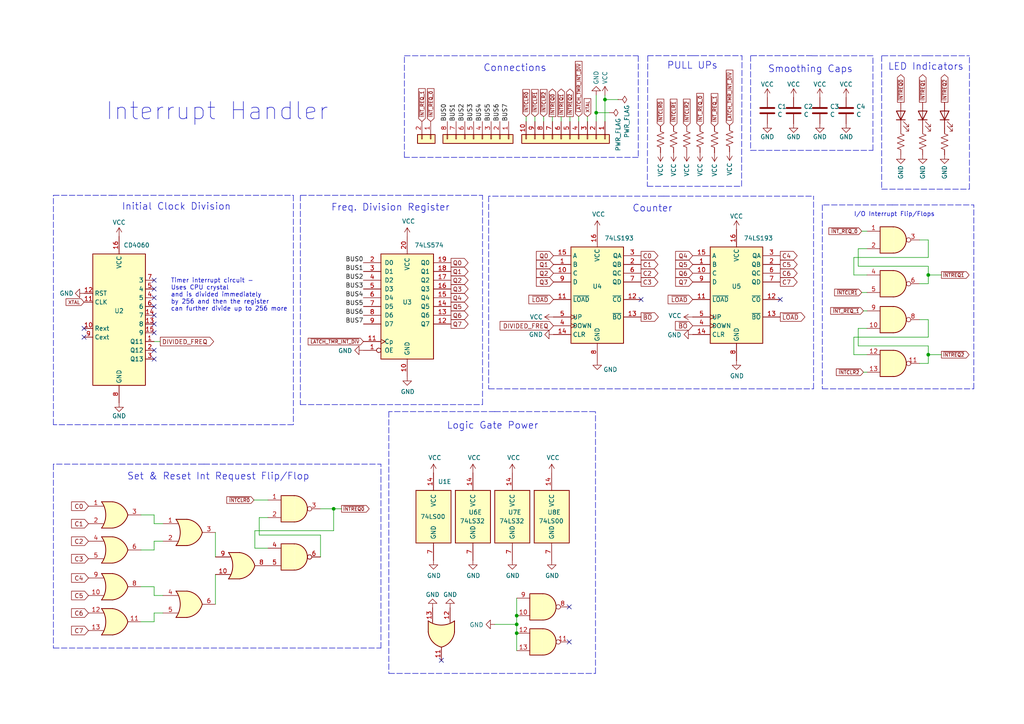
<source format=kicad_sch>
(kicad_sch (version 20211123) (generator eeschema)
  (paper "A4")
  (lib_symbols
    (symbol "74xx:74LS00" (pin_names (offset 1.016))
      (property "Reference" "U" (at 0 1.27 0))
      (property "Value" "74LS00" (at 0 -1.27 0))
      (symbol "74LS00_1_1"
        (pin input line (at -7.62 2.54 0) (length 3.81) (name "~") (number "1"))
        (pin input line (at -7.62 -2.54 0) (length 3.81) (name "~") (number "2"))
        (pin output inverted (at 7.62 0 180) (length 3.81) (name "~") (number "3"))
      )
      (symbol "74LS00_1_2"
        (pin input inverted (at -7.62 2.54 0) (length 4.318) (name "~") (number "1"))
        (pin input inverted (at -7.62 -2.54 0) (length 4.318) (name "~") (number "2"))
        (pin output line (at 7.62 0 180) (length 3.81) (name "~") (number "3"))
      )
      (symbol "74LS00_2_1"
        (pin input line (at -7.62 2.54 0) (length 3.81) (name "~") (number "4"))
        (pin input line (at -7.62 -2.54 0) (length 3.81) (name "~") (number "5"))
        (pin output inverted (at 7.62 0 180) (length 3.81) (name "~") (number "6"))
      )
      (symbol "74LS00_2_2"
        (pin input inverted (at -7.62 2.54 0) (length 4.318) (name "~") (number "4"))
        (pin input inverted (at -7.62 -2.54 0) (length 4.318) (name "~") (number "5"))
        (pin output line (at 7.62 0 180) (length 3.81) (name "~") (number "6"))
      )
      (symbol "74LS00_3_1"
        (pin input line (at -7.62 -2.54 0) (length 3.81) (name "~") (number "10"))
        (pin output inverted (at 7.62 0 180) (length 3.81) (name "~") (number "8"))
        (pin input line (at -7.62 2.54 0) (length 3.81) (name "~") (number "9"))
      )
      (symbol "74LS00_3_2"
        (pin input inverted (at -7.62 -2.54 0) (length 4.318) (name "~") (number "10"))
        (pin output line (at 7.62 0 180) (length 3.81) (name "~") (number "8"))
        (pin input inverted (at -7.62 2.54 0) (length 4.318) (name "~") (number "9"))
      )
      (symbol "74LS00_4_1"
        (pin output inverted (at 7.62 0 180) (length 3.81) (name "~") (number "11"))
        (pin input line (at -7.62 2.54 0) (length 3.81) (name "~") (number "12"))
        (pin input line (at -7.62 -2.54 0) (length 3.81) (name "~") (number "13"))
      )
      (symbol "74LS00_4_2"
        (pin output line (at 7.62 0 180) (length 3.81) (name "~") (number "11"))
        (pin input inverted (at -7.62 2.54 0) (length 4.318) (name "~") (number "12"))
        (pin input inverted (at -7.62 -2.54 0) (length 4.318) (name "~") (number "13"))
      )
      (symbol "74LS00_5_0"
        (pin power_in line (at 0 12.7 270) (length 5.08) (name "VCC") (number "14"))
        (pin power_in line (at 0 -12.7 90) (length 5.08) (name "GND") (number "7"))
      )
    )
    (symbol "74xx:74LS193"
      (property "Reference" "U" (at -7.62 13.97 0))
      (property "Value" "74LS193" (at 5.08 13.97 0))
      (symbol "74LS193_1_0"
        (pin input line (at -12.7 7.62 0) (length 5.08) (name "B") (number "1"))
        (pin input line (at -12.7 5.08 0) (length 5.08) (name "C") (number "10"))
        (pin input line (at -12.7 -2.54 0) (length 5.08) (name "~{LOAD}") (number "11"))
        (pin output line (at 12.7 -2.54 180) (length 5.08) (name "~{CO}") (number "12"))
        (pin output line (at 12.7 -7.62 180) (length 5.08) (name "~{BO}") (number "13"))
        (pin input line (at -12.7 -12.7 0) (length 5.08) (name "CLR") (number "14"))
        (pin input line (at -12.7 10.16 0) (length 5.08) (name "A") (number "15"))
        (pin power_in line (at 0 17.78 270) (length 5.08) (name "VCC") (number "16"))
        (pin output line (at 12.7 7.62 180) (length 5.08) (name "QB") (number "2"))
        (pin output line (at 12.7 10.16 180) (length 5.08) (name "QA") (number "3"))
        (pin input clock (at -12.7 -10.16 0) (length 5.08) (name "DOWN") (number "4"))
        (pin input clock (at -12.7 -7.62 0) (length 5.08) (name "UP") (number "5"))
        (pin output line (at 12.7 5.08 180) (length 5.08) (name "QC") (number "6"))
        (pin output line (at 12.7 2.54 180) (length 5.08) (name "QD") (number "7"))
        (pin power_in line (at 0 -20.32 90) (length 5.08) (name "GND") (number "8"))
        (pin input line (at -12.7 2.54 0) (length 5.08) (name "D") (number "9"))
      )
    )
    (symbol "74xx:74LS32" (pin_names (offset 1.016))
      (property "Reference" "U" (at 0 1.27 0))
      (property "Value" "74LS32" (at 0 -1.27 0))
      (symbol "74LS32_1_1"
        (pin input line (at -7.62 2.54 0) (length 4.318) (name "~") (number "1"))
        (pin input line (at -7.62 -2.54 0) (length 4.318) (name "~") (number "2"))
        (pin output line (at 7.62 0 180) (length 3.81) (name "~") (number "3"))
      )
      (symbol "74LS32_1_2"
        (pin input inverted (at -7.62 2.54 0) (length 3.81) (name "~") (number "1"))
        (pin input inverted (at -7.62 -2.54 0) (length 3.81) (name "~") (number "2"))
        (pin output inverted (at 7.62 0 180) (length 3.81) (name "~") (number "3"))
      )
      (symbol "74LS32_2_1"
        (pin input line (at -7.62 2.54 0) (length 4.318) (name "~") (number "4"))
        (pin input line (at -7.62 -2.54 0) (length 4.318) (name "~") (number "5"))
        (pin output line (at 7.62 0 180) (length 3.81) (name "~") (number "6"))
      )
      (symbol "74LS32_2_2"
        (pin input inverted (at -7.62 2.54 0) (length 3.81) (name "~") (number "4"))
        (pin input inverted (at -7.62 -2.54 0) (length 3.81) (name "~") (number "5"))
        (pin output inverted (at 7.62 0 180) (length 3.81) (name "~") (number "6"))
      )
      (symbol "74LS32_3_1"
        (pin input line (at -7.62 -2.54 0) (length 4.318) (name "~") (number "10"))
        (pin output line (at 7.62 0 180) (length 3.81) (name "~") (number "8"))
        (pin input line (at -7.62 2.54 0) (length 4.318) (name "~") (number "9"))
      )
      (symbol "74LS32_3_2"
        (pin input inverted (at -7.62 -2.54 0) (length 3.81) (name "~") (number "10"))
        (pin output inverted (at 7.62 0 180) (length 3.81) (name "~") (number "8"))
        (pin input inverted (at -7.62 2.54 0) (length 3.81) (name "~") (number "9"))
      )
      (symbol "74LS32_4_1"
        (pin output line (at 7.62 0 180) (length 3.81) (name "~") (number "11"))
        (pin input line (at -7.62 2.54 0) (length 4.318) (name "~") (number "12"))
        (pin input line (at -7.62 -2.54 0) (length 4.318) (name "~") (number "13"))
      )
      (symbol "74LS32_4_2"
        (pin output inverted (at 7.62 0 180) (length 3.81) (name "~") (number "11"))
        (pin input inverted (at -7.62 2.54 0) (length 3.81) (name "~") (number "12"))
        (pin input inverted (at -7.62 -2.54 0) (length 3.81) (name "~") (number "13"))
      )
      (symbol "74LS32_5_0"
        (pin power_in line (at 0 12.7 270) (length 5.08) (name "VCC") (number "14"))
        (pin power_in line (at 0 -12.7 90) (length 5.08) (name "GND") (number "7"))
      )
    )
    (symbol "74xx:74LS574" (pin_names (offset 1.016))
      (property "Reference" "U" (at -7.62 16.51 0))
      (property "Value" "74LS574" (at -7.62 -16.51 0))
      (symbol "74LS574_1_0"
        (pin input inverted (at -12.7 -12.7 0) (length 5.08) (name "OE") (number "1"))
        (pin power_in line (at 0 -20.32 90) (length 5.08) (name "GND") (number "10"))
        (pin input clock (at -12.7 -10.16 0) (length 5.08) (name "Cp") (number "11"))
        (pin tri_state line (at 12.7 -5.08 180) (length 5.08) (name "Q7") (number "12"))
        (pin tri_state line (at 12.7 -2.54 180) (length 5.08) (name "Q6") (number "13"))
        (pin tri_state line (at 12.7 0 180) (length 5.08) (name "Q5") (number "14"))
        (pin tri_state line (at 12.7 2.54 180) (length 5.08) (name "Q4") (number "15"))
        (pin tri_state line (at 12.7 5.08 180) (length 5.08) (name "Q3") (number "16"))
        (pin tri_state line (at 12.7 7.62 180) (length 5.08) (name "Q2") (number "17"))
        (pin tri_state line (at 12.7 10.16 180) (length 5.08) (name "Q1") (number "18"))
        (pin tri_state line (at 12.7 12.7 180) (length 5.08) (name "Q0") (number "19"))
        (pin input line (at -12.7 12.7 0) (length 5.08) (name "D0") (number "2"))
        (pin power_in line (at 0 20.32 270) (length 5.08) (name "VCC") (number "20"))
        (pin input line (at -12.7 10.16 0) (length 5.08) (name "D1") (number "3"))
        (pin input line (at -12.7 7.62 0) (length 5.08) (name "D2") (number "4"))
        (pin input line (at -12.7 5.08 0) (length 5.08) (name "D3") (number "5"))
        (pin input line (at -12.7 2.54 0) (length 5.08) (name "D4") (number "6"))
        (pin input line (at -12.7 0 0) (length 5.08) (name "D5") (number "7"))
        (pin input line (at -12.7 -2.54 0) (length 5.08) (name "D6") (number "8"))
        (pin input line (at -12.7 -5.08 0) (length 5.08) (name "D7") (number "9"))
      )
    )
    (symbol "74xx:CD4060"
      (property "Reference" "U" (at -7.62 19.05 0))
      (property "Value" "74xx_CD4060" (at 0 0 0))
      (symbol "CD4060_1_0"
        (pin power_in line (at 0 22.86 270) (length 5.08) (name "VCC") (number "16"))
        (pin power_in line (at 0 -25.4 90) (length 5.08) (name "GND") (number "8"))
      )
      (symbol "CD4060_1_1"
        (pin output line (at 10.16 -7.62 180) (length 2.54) (name "Q11") (number "1"))
        (pin passive line (at -10.16 -3.81 0) (length 2.54) (name "Rext") (number "10"))
        (pin input line (at -10.16 3.81 0) (length 2.54) (name "CLK") (number "11"))
        (pin input line (at -10.16 6.35 0) (length 2.54) (name "RST") (number "12"))
        (pin output line (at 10.16 -2.54 180) (length 2.54) (name "8") (number "13"))
        (pin output line (at 10.16 0 180) (length 2.54) (name "7") (number "14"))
        (pin output line (at 10.16 -5.08 180) (length 2.54) (name "9") (number "15"))
        (pin output line (at 10.16 -10.16 180) (length 2.54) (name "Q12") (number "2"))
        (pin output line (at 10.16 -12.7 180) (length 2.54) (name "Q13") (number "3"))
        (pin output line (at 10.16 5.08 180) (length 2.54) (name "5") (number "4"))
        (pin output line (at 10.16 7.62 180) (length 2.54) (name "4") (number "5"))
        (pin output line (at 10.16 2.54 180) (length 2.54) (name "6") (number "6"))
        (pin output line (at 10.16 10.16 180) (length 2.54) (name "3") (number "7"))
        (pin passive line (at -10.16 -6.35 0) (length 2.54) (name "Cext") (number "9"))
      )
    )
    (symbol "Connector_Generic:Conn_01x02" (pin_names (offset 1.016) hide)
      (property "Reference" "J" (at 0 2.54 0))
      (property "Value" "Conn_01x02" (at 0 -5.08 0))
      (symbol "Conn_01x02_1_1"
        (pin passive line (at -5.08 0 0) (length 3.81) (name "Pin_1") (number "1"))
        (pin passive line (at -5.08 -2.54 0) (length 3.81) (name "Pin_2") (number "2"))
      )
    )
    (symbol "Connector_Generic:Conn_01x08" (pin_names (offset 1.016) hide)
      (property "Reference" "J" (at 0 10.16 0))
      (property "Value" "Conn_01x08" (at 0 -12.7 0))
      (symbol "Conn_01x08_1_1"
        (pin passive line (at -5.08 7.62 0) (length 3.81) (name "Pin_1") (number "1"))
        (pin passive line (at -5.08 5.08 0) (length 3.81) (name "Pin_2") (number "2"))
        (pin passive line (at -5.08 2.54 0) (length 3.81) (name "Pin_3") (number "3"))
        (pin passive line (at -5.08 0 0) (length 3.81) (name "Pin_4") (number "4"))
        (pin passive line (at -5.08 -2.54 0) (length 3.81) (name "Pin_5") (number "5"))
        (pin passive line (at -5.08 -5.08 0) (length 3.81) (name "Pin_6") (number "6"))
        (pin passive line (at -5.08 -7.62 0) (length 3.81) (name "Pin_7") (number "7"))
        (pin passive line (at -5.08 -10.16 0) (length 3.81) (name "Pin_8") (number "8"))
      )
    )
    (symbol "Connector_Generic:Conn_01x10" (pin_names (offset 1.016) hide)
      (property "Reference" "J" (at 0 12.7 0))
      (property "Value" "Conn_01x10" (at 0 -15.24 0))
      (symbol "Conn_01x10_1_1"
        (pin passive line (at -5.08 10.16 0) (length 3.81) (name "Pin_1") (number "1"))
        (pin passive line (at -5.08 -12.7 0) (length 3.81) (name "Pin_10") (number "10"))
        (pin passive line (at -5.08 7.62 0) (length 3.81) (name "Pin_2") (number "2"))
        (pin passive line (at -5.08 5.08 0) (length 3.81) (name "Pin_3") (number "3"))
        (pin passive line (at -5.08 2.54 0) (length 3.81) (name "Pin_4") (number "4"))
        (pin passive line (at -5.08 0 0) (length 3.81) (name "Pin_5") (number "5"))
        (pin passive line (at -5.08 -2.54 0) (length 3.81) (name "Pin_6") (number "6"))
        (pin passive line (at -5.08 -5.08 0) (length 3.81) (name "Pin_7") (number "7"))
        (pin passive line (at -5.08 -7.62 0) (length 3.81) (name "Pin_8") (number "8"))
        (pin passive line (at -5.08 -10.16 0) (length 3.81) (name "Pin_9") (number "9"))
      )
    )
    (symbol "Device:C" (pin_numbers hide) (pin_names (offset 0.254))
      (property "Reference" "C" (at 0.635 2.54 0))
      (property "Value" "C" (at 0.635 -2.54 0))
      (symbol "C_1_1"
        (pin passive line (at 0 3.81 270) (length 2.794) (name "~") (number "1"))
        (pin passive line (at 0 -3.81 90) (length 2.794) (name "~") (number "2"))
      )
    )
    (symbol "Device:LED" (pin_numbers hide) (pin_names (offset 1.016) hide)
      (property "Reference" "D" (at 0 2.54 0))
      (property "Value" "LED" (at 0 -2.54 0))
      (symbol "LED_1_1"
        (pin passive line (at -3.81 0 0) (length 2.54) (name "K") (number "1"))
        (pin passive line (at 3.81 0 180) (length 2.54) (name "A") (number "2"))
      )
    )
    (symbol "Device:R_US" (pin_numbers hide) (pin_names (offset 0))
      (property "Reference" "R" (at 2.54 0 90))
      (property "Value" "R_US" (at -2.54 0 90))
      (symbol "R_US_1_1"
        (pin passive line (at 0 3.81 270) (length 1.27) (name "~") (number "1"))
        (pin passive line (at 0 -3.81 90) (length 1.27) (name "~") (number "2"))
      )
    )
    (symbol "power:GND" (power) (pin_names (offset 0))
      (property "Value" "GND" (at 0 -3.81 0))
      (symbol "GND_1_1"
        (pin power_in line (at 0 0 270) (length 0) hide (name "GND") (number "1"))
      )
    )
    (symbol "power:PWR_FLAG" (power) (pin_numbers hide) (pin_names (offset 0) hide)
      (property "Value" "PWR_FLAG" (at 0 3.81 0))
      (symbol "PWR_FLAG_0_0"
        (pin power_out line (at 0 0 90) (length 0) (name "pwr") (number "1"))
      )
    )
    (symbol "power:VCC" (power) (pin_names (offset 0))
      (property "Value" "VCC" (at 0 3.81 0))
      (symbol "VCC_1_1"
        (pin power_in line (at 0 0 90) (length 0) hide (name "VCC") (number "1"))
      )
    )
  )
  (junction (at 149.86 183.642))
  (junction (at 269.24 79.756))
  (junction (at 172.9232 32.6898))
  (junction (at 96.774 147.574))
  (junction (at 149.86 181.102))
  (junction (at 269.24 102.87))
  (junction (at 149.86 178.562))
  (junction (at 175.4632 28.8798))
  (no_connect (at 44.704 88.9))
  (no_connect (at 44.704 96.52))
  (no_connect (at 44.704 83.82))
  (no_connect (at 185.928 86.868))
  (no_connect (at 165.1 176.022))
  (no_connect (at 44.704 93.98))
  (no_connect (at 44.704 86.36))
  (no_connect (at 226.314 86.868))
  (no_connect (at 44.704 101.6))
  (no_connect (at 24.384 97.79))
  (no_connect (at 24.384 95.25))
  (no_connect (at 128.016 191.516))
  (no_connect (at 44.704 81.28))
  (no_connect (at 165.1 186.182))
  (no_connect (at 44.704 104.14))
  (no_connect (at 44.704 91.44))
  (wire (pts (xy 44.704 180.34) (xy 44.704 177.8)))
  (wire (pts (xy 96.774 147.574) (xy 99.06 147.574)))
  (polyline (pts (xy 143.51 119.38) (xy 172.72 119.38)))
  (wire (pts (xy 266.7 82.296) (xy 269.24 82.296)))
  (wire (pts (xy 179.2732 28.8798) (xy 175.4632 28.8798)))
  (wire (pts (xy 162.7632 33.8328) (xy 162.7632 35.2298)))
  (polyline (pts (xy 235.966 112.776) (xy 235.966 56.896)))
  (wire (pts (xy 44.704 177.8) (xy 47.244 177.8)))
  (polyline (pts (xy 253.1872 43.6118) (xy 253.1872 16.1798)))
  (polyline (pts (xy 118.618 56.642) (xy 87.122 56.642)))
  (wire (pts (xy 149.86 181.102) (xy 149.86 183.642)))
  (polyline (pts (xy 238.506 59.436) (xy 238.506 112.776)))
  (wire (pts (xy 175.4632 27.6098) (xy 175.4632 28.8798)))
  (polyline (pts (xy 139.954 117.348) (xy 139.954 56.642)))
  (wire (pts (xy 96.774 153.924) (xy 73.914 153.924)))
  (wire (pts (xy 248.92 77.216) (xy 248.92 72.136)))
  (wire (pts (xy 44.704 156.972) (xy 47.244 156.972)))
  (wire (pts (xy 44.704 159.512) (xy 44.704 156.972)))
  (polyline (pts (xy 117.2972 45.6438) (xy 117.2972 16.1798)))
  (wire (pts (xy 247.65 102.87) (xy 251.46 102.87)))
  (polyline (pts (xy 87.122 117.348) (xy 139.954 117.348)))
  (wire (pts (xy 96.774 147.574) (xy 96.774 153.924)))
  (polyline (pts (xy 87.122 56.642) (xy 87.122 117.348)))
  (wire (pts (xy 172.9232 35.2298) (xy 172.9232 32.6898)))
  (polyline (pts (xy 217.7034 16.1544) (xy 217.7034 43.6118)))
  (wire (pts (xy 165.3032 33.8328) (xy 165.3032 35.2298)))
  (wire (pts (xy 47.244 151.892) (xy 44.704 151.892)))
  (polyline (pts (xy 32.258 56.642) (xy 85.09 56.642)))
  (polyline (pts (xy 217.7034 43.6118) (xy 253.1872 43.6118)))
  (polyline (pts (xy 85.09 56.642) (xy 85.09 123.19)))
  (wire (pts (xy 269.24 77.216) (xy 248.92 77.216)))
  (wire (pts (xy 44.704 151.892) (xy 44.704 149.352)))
  (wire (pts (xy 266.7 92.71) (xy 269.24 92.71)))
  (polyline (pts (xy 282.448 112.776) (xy 282.448 59.436)))
  (wire (pts (xy 269.24 69.596) (xy 269.24 74.676)))
  (wire (pts (xy 157.6832 35.2298) (xy 157.6832 33.8328)))
  (polyline (pts (xy 268.986 16.1798) (xy 255.7272 16.1798)))
  (polyline (pts (xy 258.826 59.436) (xy 238.506 59.436)))
  (polyline (pts (xy 15.494 123.19) (xy 15.494 56.642)))
  (polyline (pts (xy 258.826 59.436) (xy 282.448 59.436)))
  (wire (pts (xy 269.24 97.79) (xy 247.65 97.79)))
  (polyline (pts (xy 255.7272 54.864) (xy 281.178 54.864)))
  (wire (pts (xy 44.704 149.352) (xy 40.894 149.352)))
  (wire (pts (xy 269.24 92.71) (xy 269.24 97.79)))
  (wire (pts (xy 40.894 159.512) (xy 44.704 159.512)))
  (wire (pts (xy 247.65 97.79) (xy 247.65 102.87)))
  (wire (pts (xy 269.24 74.676) (xy 247.65 74.676)))
  (polyline (pts (xy 117.2972 16.1798) (xy 149.5552 16.1798)))
  (wire (pts (xy 155.1432 35.2298) (xy 155.1432 33.8328)))
  (polyline (pts (xy 15.494 56.642) (xy 32.512 56.642)))
  (wire (pts (xy 40.894 180.34) (xy 44.704 180.34)))
  (polyline (pts (xy 149.3012 16.1798) (xy 185.1152 16.1798)))
  (wire (pts (xy 170.3832 33.8328) (xy 170.3832 35.2298)))
  (wire (pts (xy 62.484 154.432) (xy 62.484 161.544)))
  (polyline (pts (xy 59.182 134.62) (xy 110.49 134.62)))
  (polyline (pts (xy 187.8838 16.1544) (xy 187.7568 54.0258)))
  (polyline (pts (xy 201.041 16.1544) (xy 215.2142 16.1544)))
  (wire (pts (xy 247.65 74.676) (xy 247.65 79.756)))
  (polyline (pts (xy 143.51 119.38) (xy 112.776 119.38)))
  (wire (pts (xy 167.8432 35.2298) (xy 167.8432 33.8328)))
  (wire (pts (xy 175.4632 28.8798) (xy 175.4632 35.2298)))
  (wire (pts (xy 248.92 100.33) (xy 248.92 95.25)))
  (wire (pts (xy 269.24 105.41) (xy 269.24 102.87)))
  (wire (pts (xy 92.964 155.194) (xy 75.184 155.194)))
  (polyline (pts (xy 200.9648 16.1544) (xy 187.8838 16.1544)))
  (wire (pts (xy 149.86 183.642) (xy 149.86 188.722)))
  (wire (pts (xy 248.92 95.25) (xy 251.46 95.25)))
  (wire (pts (xy 92.964 161.544) (xy 92.964 155.194)))
  (wire (pts (xy 73.66 145.034) (xy 77.724 145.034)))
  (polyline (pts (xy 141.732 112.776) (xy 235.966 112.776)))
  (polyline (pts (xy 238.506 112.776) (xy 282.448 112.776)))
  (polyline (pts (xy 172.72 195.326) (xy 172.72 119.38)))
  (wire (pts (xy 44.704 170.18) (xy 40.894 170.18)))
  (polyline (pts (xy 112.776 195.326) (xy 172.72 195.326)))
  (polyline (pts (xy 185.1152 16.1798) (xy 185.1152 45.6438)))
  (wire (pts (xy 249.936 84.836) (xy 251.46 84.836)))
  (wire (pts (xy 273.05 79.756) (xy 269.24 79.756)))
  (wire (pts (xy 250.444 90.17) (xy 251.46 90.17)))
  (polyline (pts (xy 85.09 123.19) (xy 15.494 123.19)))
  (polyline (pts (xy 141.732 56.896) (xy 141.732 112.776)))
  (polyline (pts (xy 59.182 134.62) (xy 15.494 134.62)))
  (wire (pts (xy 152.6032 33.8328) (xy 152.6032 35.2298)))
  (wire (pts (xy 92.964 147.574) (xy 96.774 147.574)))
  (wire (pts (xy 44.704 99.06) (xy 46.482 99.06)))
  (polyline (pts (xy 15.494 187.96) (xy 110.49 187.96)))
  (polyline (pts (xy 215.0872 54.0258) (xy 215.2142 16.1544)))
  (wire (pts (xy 269.24 82.296) (xy 269.24 79.756)))
  (wire (pts (xy 149.86 181.102) (xy 149.86 178.562)))
  (wire (pts (xy 75.184 155.194) (xy 75.184 150.114)))
  (wire (pts (xy 269.24 79.756) (xy 269.24 77.216)))
  (polyline (pts (xy 281.178 54.864) (xy 281.178 16.1798)))
  (polyline (pts (xy 112.776 119.38) (xy 112.776 195.326)))
  (wire (pts (xy 266.7 69.596) (xy 269.24 69.596)))
  (polyline (pts (xy 255.7272 16.1798) (xy 255.7272 54.864)))
  (wire (pts (xy 249.936 67.056) (xy 251.46 67.056)))
  (polyline (pts (xy 268.9606 16.1798) (xy 281.178 16.1798)))
  (polyline (pts (xy 235.5088 16.1544) (xy 217.7034 16.1544)))
  (polyline (pts (xy 185.1152 45.6438) (xy 117.2972 45.6438)))
  (wire (pts (xy 269.24 100.33) (xy 248.92 100.33)))
  (wire (pts (xy 143.51 181.102) (xy 149.86 181.102)))
  (wire (pts (xy 73.914 153.924) (xy 73.914 159.004)))
  (polyline (pts (xy 235.4834 16.1798) (xy 253.1872 16.1798)))
  (wire (pts (xy 44.704 172.72) (xy 44.704 170.18)))
  (polyline (pts (xy 192.532 56.896) (xy 235.966 56.896)))
  (wire (pts (xy 75.184 150.114) (xy 77.724 150.114)))
  (wire (pts (xy 160.2232 33.8328) (xy 160.2232 35.2298)))
  (wire (pts (xy 266.7 105.41) (xy 269.24 105.41)))
  (wire (pts (xy 247.65 79.756) (xy 251.46 79.756)))
  (wire (pts (xy 62.484 166.624) (xy 62.484 175.26)))
  (wire (pts (xy 172.9232 32.6898) (xy 172.9232 27.6098)))
  (polyline (pts (xy 187.7568 54.0258) (xy 215.0872 54.0258)))
  (polyline (pts (xy 192.532 56.896) (xy 141.732 56.896)))
  (polyline (pts (xy 110.49 187.96) (xy 110.49 134.62)))
  (polyline (pts (xy 118.364 56.642) (xy 139.954 56.642)))
  (wire (pts (xy 250.444 107.95) (xy 251.46 107.95)))
  (polyline (pts (xy 15.494 134.62) (xy 15.494 187.96)))
  (wire (pts (xy 47.244 172.72) (xy 44.704 172.72)))
  (wire (pts (xy 73.914 159.004) (xy 77.724 159.004)))
  (wire (pts (xy 248.92 72.136) (xy 251.46 72.136)))
  (wire (pts (xy 269.24 102.87) (xy 269.24 100.33)))
  (wire (pts (xy 172.9232 32.6898) (xy 176.7332 32.6898)))
  (wire (pts (xy 149.86 178.562) (xy 149.86 173.482)))
  (wire (pts (xy 273.05 102.87) (xy 269.24 102.87)))
  (text "Freq. Division Register" (at 96.012 61.468 0) (effects (font (size 2 2)) (justify left bottom)))
  (text "Interrupt Handler" (at 30.48 35.306 0) (effects (font (size 5 5)) (justify left bottom)))
  (text "Counter" (at 183.388 61.722 0) (effects (font (size 2 2)) (justify left bottom)))
  (text "Connections" (at 140.1572 21.0058 0) (effects (font (size 2 2)) (justify left bottom)))
  (text "PULL UPs" (at 193.421 20.2946 0) (effects (font (size 2 2)) (justify left bottom)))
  (text "Smoothing Caps" (at 222.7072 21.3106 0) (effects (font (size 2 2)) (justify left bottom)))
  (text "Initial Clock Division" (at 35.306 61.214 0) (effects (font (size 2 2)) (justify left bottom)))
  (text "Timer interrupt circuit - \nUses CPU crystal\nand is divided immediately \nby 256 and then the register \ncan further divide up to 256 more" (at 49.53 90.424 0) (effects (font (size 1.27 1.27)) (justify left bottom)))
  (text "I/O Interrupt Flip/Flops" (at 247.65 62.992 0) (effects (font (size 1.27 1.27)) (justify left bottom)))
  (text "Logic Gate Power" (at 129.54 124.714 0) (effects (font (size 2 2)) (justify left bottom)))
  (text "LED Indicators" (at 257.5306 20.6248 0) (effects (font (size 2 2)) (justify left bottom)))
  (text "Set & Reset Int Request Flip/Flop" (at 36.83 139.446 0) (effects (font (size 2 2)) (justify left bottom)))
  (label "BUS6" (at 105.41 91.44 180))
  (label "BUS5" (at 142.4432 35.2298 90))
  (label "BUS2" (at 105.41 81.28 180))
  (label "BUS6" (at 144.9832 35.2298 90))
  (label "BUS4" (at 105.41 86.36 180))
  (label "BUS3" (at 105.41 83.82 180))
  (label "BUS1" (at 105.41 78.74 180))
  (label "BUS7" (at 147.5232 35.2298 90))
  (label "BUS7" (at 105.41 93.98 180))
  (label "BUS0" (at 129.7432 35.2298 90))
  (label "BUS3" (at 137.3632 35.2298 90))
  (label "BUS1" (at 132.2832 35.2298 90))
  (label "BUS4" (at 139.9032 35.2298 90))
  (label "BUS0" (at 105.41 76.2 180))
  (label "BUS5" (at 105.41 88.9 180))
  (label "BUS2" (at 134.8232 35.2298 90))
  (global_label "~{INTCLR0}" (shape input) (at 152.6032 33.8328 90) (effects (font (size 0.9906 0.9906))) (property "Intersheet References" "${INTERSHEET_REFS}" (effects hide)))
  (global_label "~{INTCLR0}" (shape input) (at 191.5668 36.6268 90) (effects (font (size 0.9906 0.9906))) (property "Intersheet References" "${INTERSHEET_REFS}" (effects hide)))
  (global_label "~{INTCLR1}" (shape input) (at 195.3768 36.6268 90) (effects (font (size 0.9906 0.9906))) (property "Intersheet References" "${INTERSHEET_REFS}" (effects hide)))
  (global_label "~{INTREQ1}" (shape output) (at 162.7632 33.8328 90) (effects (font (size 0.9906 0.9906))) (property "Intersheet References" "${INTERSHEET_REFS}" (effects hide)))
  (global_label "Q3" (shape output) (at 130.81 83.82 0) (property "Intersheet References" "${INTERSHEET_REFS}" (effects hide)))
  (global_label "~{LATCH_TMR_INT_DIV}" (shape input) (at 167.8432 33.8328 90) (effects (font (size 0.9906 0.9906))) (property "Intersheet References" "${INTERSHEET_REFS}" (effects hide)))
  (global_label "Q5" (shape input) (at 200.914 76.708 180) (property "Intersheet References" "${INTERSHEET_REFS}" (effects hide)))
  (global_label "~{INTREQ2}" (shape output) (at 165.3032 33.8328 90) (effects (font (size 0.9906 0.9906))) (property "Intersheet References" "${INTERSHEET_REFS}" (effects hide)))
  (global_label "XTAL" (shape input) (at 24.384 87.63 180) (effects (font (size 0.9906 0.9906))) (property "Intersheet References" "${INTERSHEET_REFS}" (effects hide)))
  (global_label "~{LOAD}" (shape output) (at 226.314 91.948 0) (property "Intersheet References" "${INTERSHEET_REFS}" (effects hide)))
  (global_label "C2" (shape output) (at 185.928 79.248 0) (property "Intersheet References" "${INTERSHEET_REFS}" (effects hide)))
  (global_label "Q6" (shape output) (at 130.81 91.44 0) (property "Intersheet References" "${INTERSHEET_REFS}" (effects hide)))
  (global_label "C3" (shape output) (at 185.928 81.788 0) (property "Intersheet References" "${INTERSHEET_REFS}" (effects hide)))
  (global_label "C1" (shape input) (at 25.654 151.892 180) (property "Intersheet References" "${INTERSHEET_REFS}" (effects hide)))
  (global_label "~{INT_REQ_0}" (shape input) (at 203.0476 36.6014 90) (effects (font (size 0.9906 0.9906))) (property "Intersheet References" "${INTERSHEET_REFS}" (effects hide)))
  (global_label "~{INTREQ1}" (shape output) (at 273.05 79.756 0) (effects (font (size 0.9906 0.9906))) (property "Intersheet References" "${INTERSHEET_REFS}" (effects hide)))
  (global_label "C7" (shape output) (at 226.314 81.788 0) (property "Intersheet References" "${INTERSHEET_REFS}" (effects hide)))
  (global_label "~{LATCH_TMR_INT_DIV}" (shape input) (at 211.6074 36.3728 90) (effects (font (size 0.9906 0.9906))) (property "Intersheet References" "${INTERSHEET_REFS}" (effects hide)))
  (global_label "Q7" (shape output) (at 130.81 93.98 0) (property "Intersheet References" "${INTERSHEET_REFS}" (effects hide)))
  (global_label "C0" (shape input) (at 25.654 146.812 180) (property "Intersheet References" "${INTERSHEET_REFS}" (effects hide)))
  (global_label "~{INTREQ2}" (shape output) (at 273.9644 29.6672 90) (effects (font (size 0.9906 0.9906))) (property "Intersheet References" "${INTERSHEET_REFS}" (effects hide)))
  (global_label "C7" (shape input) (at 25.654 182.88 180) (property "Intersheet References" "${INTERSHEET_REFS}" (effects hide)))
  (global_label "~{INT_REQ_0}" (shape input) (at 249.936 67.056 180) (effects (font (size 0.9906 0.9906))) (property "Intersheet References" "${INTERSHEET_REFS}" (effects hide)))
  (global_label "C0" (shape output) (at 185.928 74.168 0) (property "Intersheet References" "${INTERSHEET_REFS}" (effects hide)))
  (global_label "C6" (shape input) (at 25.654 177.8 180) (property "Intersheet References" "${INTERSHEET_REFS}" (effects hide)))
  (global_label "Q3" (shape input) (at 160.528 81.788 180) (property "Intersheet References" "${INTERSHEET_REFS}" (effects hide)))
  (global_label "~{INTCLR2}" (shape input) (at 199.1868 36.6268 90) (effects (font (size 0.9906 0.9906))) (property "Intersheet References" "${INTERSHEET_REFS}" (effects hide)))
  (global_label "Q6" (shape input) (at 200.914 79.248 180) (property "Intersheet References" "${INTERSHEET_REFS}" (effects hide)))
  (global_label "~{INTCLR2}" (shape input) (at 250.444 107.95 180) (effects (font (size 0.9906 0.9906))) (property "Intersheet References" "${INTERSHEET_REFS}" (effects hide)))
  (global_label "~{INTCLR1}" (shape input) (at 249.936 84.836 180) (effects (font (size 0.9906 0.9906))) (property "Intersheet References" "${INTERSHEET_REFS}" (effects hide)))
  (global_label "Q4" (shape output) (at 130.81 86.36 0) (property "Intersheet References" "${INTERSHEET_REFS}" (effects hide)))
  (global_label "C5" (shape output) (at 226.314 76.708 0) (property "Intersheet References" "${INTERSHEET_REFS}" (effects hide)))
  (global_label "Q1" (shape input) (at 160.528 76.708 180) (property "Intersheet References" "${INTERSHEET_REFS}" (effects hide)))
  (global_label "C4" (shape input) (at 25.654 167.64 180) (property "Intersheet References" "${INTERSHEET_REFS}" (effects hide)))
  (global_label "Q0" (shape input) (at 160.528 74.168 180) (property "Intersheet References" "${INTERSHEET_REFS}" (effects hide)))
  (global_label "C2" (shape input) (at 25.654 156.972 180) (property "Intersheet References" "${INTERSHEET_REFS}" (effects hide)))
  (global_label "~{INTREQ0}" (shape output) (at 99.06 147.574 0) (effects (font (size 0.9906 0.9906))) (property "Intersheet References" "${INTERSHEET_REFS}" (effects hide)))
  (global_label "C3" (shape input) (at 25.654 162.052 180) (property "Intersheet References" "${INTERSHEET_REFS}" (effects hide)))
  (global_label "C1" (shape output) (at 185.928 76.708 0) (property "Intersheet References" "${INTERSHEET_REFS}" (effects hide)))
  (global_label "~{INT_REQ_1}" (shape input) (at 207.2386 36.6522 90) (effects (font (size 0.9906 0.9906))) (property "Intersheet References" "${INTERSHEET_REFS}" (effects hide)))
  (global_label "C5" (shape input) (at 25.654 172.72 180) (property "Intersheet References" "${INTERSHEET_REFS}" (effects hide)))
  (global_label "Q2" (shape output) (at 130.81 81.28 0) (property "Intersheet References" "${INTERSHEET_REFS}" (effects hide)))
  (global_label "~{INTREQ2}" (shape output) (at 273.05 102.87 0) (effects (font (size 0.9906 0.9906))) (property "Intersheet References" "${INTERSHEET_REFS}" (effects hide)))
  (global_label "Q0" (shape output) (at 130.81 76.2 0) (property "Intersheet References" "${INTERSHEET_REFS}" (effects hide)))
  (global_label "~{INTCLR0}" (shape input) (at 73.66 145.034 180) (effects (font (size 0.9906 0.9906))) (property "Intersheet References" "${INTERSHEET_REFS}" (effects hide)))
  (global_label "Q4" (shape input) (at 200.914 74.168 180) (property "Intersheet References" "${INTERSHEET_REFS}" (effects hide)))
  (global_label "Q2" (shape input) (at 160.528 79.248 180) (property "Intersheet References" "${INTERSHEET_REFS}" (effects hide)))
  (global_label "~{INTREQ0}" (shape output) (at 261.2644 29.6672 90) (effects (font (size 0.9906 0.9906))) (property "Intersheet References" "${INTERSHEET_REFS}" (effects hide)))
  (global_label "DIVIDED_FREQ" (shape output) (at 46.482 99.06 0) (property "Intersheet References" "${INTERSHEET_REFS}" (effects hide)))
  (global_label "Q5" (shape output) (at 130.81 88.9 0) (property "Intersheet References" "${INTERSHEET_REFS}" (effects hide)))
  (global_label "~{LOAD}" (shape input) (at 160.528 86.868 180) (property "Intersheet References" "${INTERSHEET_REFS}" (effects hide)))
  (global_label "~{INTREQ0}" (shape output) (at 160.2232 33.8328 90) (effects (font (size 0.9906 0.9906))) (property "Intersheet References" "${INTERSHEET_REFS}" (effects hide)))
  (global_label "~{INTCLR1}" (shape input) (at 155.1432 33.8328 90) (effects (font (size 0.9906 0.9906))) (property "Intersheet References" "${INTERSHEET_REFS}" (effects hide)))
  (global_label "~{INT_REQ_1}" (shape input) (at 122.3772 35.2298 90) (effects (font (size 0.9906 0.9906))) (property "Intersheet References" "${INTERSHEET_REFS}" (effects hide)))
  (global_label "~{LOAD}" (shape input) (at 200.914 86.868 180) (property "Intersheet References" "${INTERSHEET_REFS}" (effects hide)))
  (global_label "Q1" (shape output) (at 130.81 78.74 0) (property "Intersheet References" "${INTERSHEET_REFS}" (effects hide)))
  (global_label "DIVIDED_FREQ" (shape input) (at 160.528 94.488 180) (property "Intersheet References" "${INTERSHEET_REFS}" (effects hide)))
  (global_label "~{INTREQ1}" (shape output) (at 267.6144 29.6672 90) (effects (font (size 0.9906 0.9906))) (property "Intersheet References" "${INTERSHEET_REFS}" (effects hide)))
  (global_label "XTAL" (shape input) (at 170.3832 33.8328 90) (effects (font (size 0.9906 0.9906))) (property "Intersheet References" "${INTERSHEET_REFS}" (effects hide)))
  (global_label "~{INT_REQ_1}" (shape input) (at 250.444 90.17 180) (effects (font (size 0.9906 0.9906))) (property "Intersheet References" "${INTERSHEET_REFS}" (effects hide)))
  (global_label "~{BO}" (shape input) (at 200.914 94.488 180) (property "Intersheet References" "${INTERSHEET_REFS}" (effects hide)))
  (global_label "C6" (shape output) (at 226.314 79.248 0) (property "Intersheet References" "${INTERSHEET_REFS}" (effects hide)))
  (global_label "~{LATCH_TMR_INT_DIV}" (shape input) (at 105.41 99.06 180) (effects (font (size 0.9906 0.9906))) (property "Intersheet References" "${INTERSHEET_REFS}" (effects hide)))
  (global_label "C4" (shape output) (at 226.314 74.168 0) (property "Intersheet References" "${INTERSHEET_REFS}" (effects hide)))
  (global_label "Q7" (shape input) (at 200.914 81.788 180) (property "Intersheet References" "${INTERSHEET_REFS}" (effects hide)))
  (global_label "~{INT_REQ_0}" (shape input) (at 124.9172 35.2298 90) (effects (font (size 0.9906 0.9906))) (property "Intersheet References" "${INTERSHEET_REFS}" (effects hide)))
  (global_label "~{INTCLR2}" (shape input) (at 157.6832 33.8328 90) (effects (font (size 0.9906 0.9906))) (property "Intersheet References" "${INTERSHEET_REFS}" (effects hide)))
  (global_label "~{BO}" (shape output) (at 185.928 91.948 0) (property "Intersheet References" "${INTERSHEET_REFS}" (effects hide)))
  (symbol (lib_id "power:VCC") (at 175.4632 27.6098 0) (unit 1)
    (property "Reference" "#PWR0124" (effects hide))
    (property "Value" "VCC" (at 175.4632 22.5298 90))
  )
  (symbol (lib_id "power:GND") (at 172.9232 27.6098 180) (unit 1)
    (property "Reference" "#PWR0125" (effects hide))
    (property "Value" "GND" (at 172.9232 22.5298 90))
  )
  (symbol (lib_id "power:PWR_FLAG") (at 179.2732 28.8798 270) (unit 1)
    (property "Reference" "#FLG0101" (effects hide))
    (property "Value" "PWR_FLAG" (at 181.8132 35.2298 0))
  )
  (symbol (lib_id "power:PWR_FLAG") (at 176.7332 32.6898 270) (unit 1)
    (property "Reference" "#FLG0102" (effects hide))
    (property "Value" "PWR_FLAG" (at 179.2732 39.0398 0))
  )
  (symbol (lib_id "Connector_Generic:Conn_01x08") (at 139.9032 40.3098 270) (unit 1)
    (property "Reference" "J2" (effects hide))
    (property "Value" "Conn_01x08" (effects hide))
    (property "Footprint" "Connector_PinHeader_2.54mm:PinHeader_1x08_P2.54mm_Vertical" (effects hide))
  )
  (symbol (lib_id "Connector_Generic:Conn_01x10") (at 165.3032 40.3098 270) (unit 1)
    (property "Reference" "J1" (effects hide))
    (property "Value" "Conn_01x10" (effects hide))
    (property "Footprint" "Connector_PinHeader_2.54mm:PinHeader_1x10_P2.54mm_Vertical" (effects hide))
  )
  (symbol (lib_id "Connector_Generic:Conn_01x02") (at 124.9172 40.3098 270) (unit 1)
    (property "Reference" "J3" (effects hide))
    (property "Value" "Conn_01x02" (effects hide))
    (property "Footprint" "Connector_PinHeader_2.54mm:PinHeader_1x02_P2.54mm_Vertical" (effects hide))
  )
  (symbol (lib_id "Device:LED") (at 267.6144 33.4772 90) (unit 1)
    (property "Reference" "D2" (effects hide))
    (property "Value" "LED" (effects hide))
    (property "Footprint" "LED_SMD:LED_0805_2012Metric" (effects hide))
  )
  (symbol (lib_id "Device:R_US") (at 267.6144 41.0972 0) (unit 1)
    (property "Reference" "R2" (effects hide))
    (property "Value" "R_US" (effects hide))
    (property "Footprint" "Resistor_SMD:R_0805_2012Metric" (effects hide))
  )
  (symbol (lib_id "power:GND") (at 267.6144 44.9072 0) (unit 1)
    (property "Reference" "#PWR02" (effects hide))
    (property "Value" "GND" (at 267.6144 49.9872 90))
  )
  (symbol (lib_id "Device:LED") (at 273.9644 33.4772 90) (unit 1)
    (property "Reference" "D3" (effects hide))
    (property "Value" "LED" (effects hide))
    (property "Footprint" "LED_SMD:LED_0805_2012Metric" (effects hide))
  )
  (symbol (lib_id "Device:R_US") (at 273.9644 41.0972 0) (unit 1)
    (property "Reference" "R3" (effects hide))
    (property "Value" "R_US" (effects hide))
    (property "Footprint" "Resistor_SMD:R_0805_2012Metric" (effects hide))
  )
  (symbol (lib_id "power:GND") (at 273.9644 44.9072 0) (unit 1)
    (property "Reference" "#PWR03" (effects hide))
    (property "Value" "GND" (at 273.9644 49.9872 90))
  )
  (symbol (lib_id "Device:LED") (at 261.2644 33.4772 90) (unit 1)
    (property "Reference" "D1" (effects hide))
    (property "Value" "LED" (effects hide))
    (property "Footprint" "LED_SMD:LED_0805_2012Metric" (effects hide))
  )
  (symbol (lib_id "Device:R_US") (at 261.2644 41.0972 0) (unit 1)
    (property "Reference" "R1" (effects hide))
    (property "Value" "R_US" (effects hide))
    (property "Footprint" "Resistor_SMD:R_0805_2012Metric" (effects hide))
  )
  (symbol (lib_id "power:GND") (at 261.2644 44.9072 0) (unit 1)
    (property "Reference" "#PWR01" (effects hide))
    (property "Value" "GND" (at 261.2644 49.9872 90))
  )
  (symbol (lib_id "Device:R_US") (at 207.2386 40.4622 0) (unit 1)
    (property "Reference" "R8" (effects hide))
    (property "Value" "R_US" (effects hide))
    (property "Footprint" "Resistor_SMD:R_0805_2012Metric" (effects hide))
  )
  (symbol (lib_id "Device:R_US") (at 203.0476 40.4114 0) (unit 1)
    (property "Reference" "R7" (effects hide))
    (property "Value" "R_US" (effects hide))
    (property "Footprint" "Resistor_SMD:R_0805_2012Metric" (effects hide))
  )
  (symbol (lib_id "power:VCC") (at 207.2386 44.2722 180) (unit 1)
    (property "Reference" "#PWR08" (effects hide))
    (property "Value" "VCC" (at 207.2386 49.3522 90))
  )
  (symbol (lib_id "power:VCC") (at 203.0476 44.2214 180) (unit 1)
    (property "Reference" "#PWR07" (effects hide))
    (property "Value" "VCC" (at 203.0476 49.3014 90))
  )
  (symbol (lib_id "Device:R_US") (at 211.6074 40.1828 0) (unit 1)
    (property "Reference" "R9" (effects hide))
    (property "Value" "R_US" (effects hide))
    (property "Footprint" "Resistor_SMD:R_0805_2012Metric" (effects hide))
  )
  (symbol (lib_id "power:VCC") (at 211.6074 43.9928 180) (unit 1)
    (property "Reference" "#PWR09" (effects hide))
    (property "Value" "VCC" (at 211.6074 49.0728 90))
  )
  (symbol (lib_id "Device:R_US") (at 191.5668 40.4368 0) (unit 1)
    (property "Reference" "R4" (effects hide))
    (property "Value" "R_US" (effects hide))
    (property "Footprint" "Resistor_SMD:R_0805_2012Metric" (effects hide))
  )
  (symbol (lib_id "power:VCC") (at 191.5668 44.2468 180) (unit 1)
    (property "Reference" "#PWR04" (effects hide))
    (property "Value" "VCC" (at 191.5668 49.3268 90))
  )
  (symbol (lib_id "Device:R_US") (at 195.3768 40.4368 0) (unit 1)
    (property "Reference" "R5" (effects hide))
    (property "Value" "R_US" (effects hide))
    (property "Footprint" "Resistor_SMD:R_0805_2012Metric" (effects hide))
  )
  (symbol (lib_id "power:VCC") (at 195.3768 44.2468 180) (unit 1)
    (property "Reference" "#PWR05" (effects hide))
    (property "Value" "VCC" (at 195.3768 49.3268 90))
  )
  (symbol (lib_id "Device:R_US") (at 199.1868 40.4368 0) (unit 1)
    (property "Reference" "R6" (effects hide))
    (property "Value" "R_US" (effects hide))
    (property "Footprint" "Resistor_SMD:R_0805_2012Metric" (effects hide))
  )
  (symbol (lib_id "power:VCC") (at 199.1868 44.2468 180) (unit 1)
    (property "Reference" "#PWR06" (effects hide))
    (property "Value" "VCC" (at 199.1868 49.3268 90))
  )
  (symbol (lib_id "Device:C") (at 222.5548 32.0802 0) (unit 1)
    (property "Reference" "C1" (at 225.4758 30.9118 0) (effects (justify left)))
    (property "Value" "C" (at 225.4758 33.2232 0) (effects (justify left)))
    (property "Footprint" "Capacitor_SMD:C_0805_2012Metric" (effects hide))
  )
  (symbol (lib_id "power:VCC") (at 222.5548 28.2702 0) (unit 1)
    (property "Reference" "#PWR0126" (effects hide))
    (property "Value" "VCC" (at 222.5548 24.4602 0))
  )
  (symbol (lib_id "power:GND") (at 222.5548 35.8902 0) (unit 1)
    (property "Reference" "#PWR0127" (effects hide))
    (property "Value" "GND" (at 222.5548 39.7002 0))
  )
  (symbol (lib_id "Device:C") (at 230.1748 32.0802 0) (unit 1)
    (property "Reference" "C2" (at 233.0958 30.9118 0) (effects (justify left)))
    (property "Value" "C" (at 233.0958 33.2232 0) (effects (justify left)))
    (property "Footprint" "Capacitor_SMD:C_0805_2012Metric" (effects hide))
  )
  (symbol (lib_id "power:VCC") (at 230.1748 28.2702 0) (unit 1)
    (property "Reference" "#PWR0128" (effects hide))
    (property "Value" "VCC" (at 230.1748 24.4602 0))
  )
  (symbol (lib_id "power:GND") (at 230.1748 35.8902 0) (unit 1)
    (property "Reference" "#PWR0129" (effects hide))
    (property "Value" "GND" (at 230.1748 39.7002 0))
  )
  (symbol (lib_id "Device:C") (at 237.7948 32.0802 0) (unit 1)
    (property "Reference" "C3" (at 240.7158 30.9118 0) (effects (justify left)))
    (property "Value" "C" (at 240.7158 33.2232 0) (effects (justify left)))
    (property "Footprint" "Capacitor_SMD:C_0805_2012Metric" (effects hide))
  )
  (symbol (lib_id "power:VCC") (at 237.7948 28.2702 0) (unit 1)
    (property "Reference" "#PWR0130" (effects hide))
    (property "Value" "VCC" (at 237.7948 24.4602 0))
  )
  (symbol (lib_id "power:GND") (at 237.7948 35.8902 0) (unit 1)
    (property "Reference" "#PWR0131" (effects hide))
    (property "Value" "GND" (at 237.7948 39.7002 0))
  )
  (symbol (lib_id "Device:C") (at 245.4148 32.0802 0) (unit 1)
    (property "Reference" "C4" (at 248.3358 30.9118 0) (effects (justify left)))
    (property "Value" "C" (at 248.3358 33.2232 0) (effects (justify left)))
    (property "Footprint" "Capacitor_SMD:C_0805_2012Metric" (effects hide))
  )
  (symbol (lib_id "power:VCC") (at 245.4148 28.2702 0) (unit 1)
    (property "Reference" "#PWR0132" (effects hide))
    (property "Value" "VCC" (at 245.4148 24.4602 0))
  )
  (symbol (lib_id "power:GND") (at 245.4148 35.8902 0) (unit 1)
    (property "Reference" "#PWR0133" (effects hide))
    (property "Value" "GND" (at 245.4148 39.7002 0))
  )
  (symbol (lib_id "power:VCC") (at 137.16 137.16 0) (unit 1)
    (property "Reference" "#PWR0107" (effects hide))
    (property "Value" "VCC" (at 137.541 132.7658 0))
  )
  (symbol (lib_id "power:VCC") (at 200.914 91.948 90) (unit 1)
    (property "Reference" "#PWR0117" (effects hide))
    (property "Value" "VCC" (at 197.6882 91.567 90) (effects (justify left)))
  )
  (symbol (lib_id "power:VCC") (at 173.228 66.548 0) (unit 1)
    (property "Reference" "#PWR0134" (effects hide))
    (property "Value" "VCC" (at 173.609 62.1538 0))
  )
  (symbol (lib_id "74xx:74LS32") (at 54.864 175.26 0) (unit 2)
    (property "Reference" "U7" (effects hide))
    (property "Value" "74LS32" (effects hide))
    (property "Footprint" "Package_SO:TSSOP-14_4.4x5mm_P0.65mm" (effects hide))
    (property "Datasheet" "http://www.ti.com/lit/gpn/sn74LS32" (effects hide))
  )
  (symbol (lib_id "power:GND") (at 137.16 162.56 0) (unit 1)
    (property "Reference" "#PWR0103" (effects hide))
    (property "Value" "GND" (at 137.287 166.9542 0))
  )
  (symbol (lib_id "power:GND") (at 143.51 181.102 270) (unit 1)
    (property "Reference" "#PWR0135" (effects hide))
    (property "Value" "GND" (at 140.2588 181.229 90) (effects (justify right)))
  )
  (symbol (lib_id "74xx:74LS193") (at 173.228 84.328 0) (unit 1)
    (property "Reference" "U4" (at 173.228 83.058 0))
    (property "Value" "74LS193" (at 179.578 69.088 0))
    (property "Footprint" "Package_SO:SO-16_5.3x10.2mm_P1.27mm" (effects hide))
    (property "Datasheet" "http://www.ti.com/lit/ds/symlink/sn74ls193.pdf" (effects hide))
  )
  (symbol (lib_id "74xx:74LS00") (at 157.48 186.182 0) (unit 4)
    (property "Reference" "U8" (effects hide))
    (property "Value" "74LS00" (effects hide))
    (property "Footprint" "Package_SO:TSSOP-14_4.4x5mm_P0.65mm" (effects hide))
    (property "Datasheet" "http://www.ti.com/lit/gpn/sn74ls00" (effects hide))
  )
  (symbol (lib_id "power:GND") (at 125.73 162.56 0) (unit 1)
    (property "Reference" "#PWR0102" (effects hide))
    (property "Value" "GND" (at 125.857 166.9542 0))
  )
  (symbol (lib_id "power:GND") (at 34.544 116.84 0) (unit 1)
    (property "Reference" "#PWR0121" (effects hide))
    (property "Value" "GND" (at 34.544 120.65 0))
  )
  (symbol (lib_id "power:VCC") (at 160.528 91.948 90) (unit 1)
    (property "Reference" "#PWR0112" (effects hide))
    (property "Value" "VCC" (at 157.48 91.948 90) (effects (justify left)))
  )
  (symbol (lib_id "74xx:74LS00") (at 85.344 147.574 0) (unit 1)
    (property "Reference" "U8" (effects hide))
    (property "Value" "74LS00" (effects hide))
    (property "Footprint" "Package_SO:TSSOP-14_4.4x5mm_P0.65mm" (effects hide))
    (property "Datasheet" "http://www.ti.com/lit/gpn/sn74ls00" (effects hide))
  )
  (symbol (lib_id "power:GND") (at 173.228 104.648 0) (unit 1)
    (property "Reference" "#PWR0115" (effects hide))
    (property "Value" "GND" (at 177.038 107.188 0))
  )
  (symbol (lib_id "74xx:74LS32") (at 54.864 154.432 0) (unit 1)
    (property "Reference" "U7" (effects hide))
    (property "Value" "74LS32" (effects hide))
    (property "Footprint" "Package_SO:TSSOP-14_4.4x5mm_P0.65mm" (effects hide))
    (property "Datasheet" "http://www.ti.com/lit/gpn/sn74LS32" (effects hide))
  )
  (symbol (lib_id "74xx:74LS32") (at 33.274 170.18 0) (unit 3)
    (property "Reference" "U6" (effects hide))
    (property "Value" "74LS32" (effects hide))
    (property "Footprint" "Package_SO:TSSOP-14_4.4x5mm_P0.65mm" (effects hide))
    (property "Datasheet" "http://www.ti.com/lit/gpn/sn74LS32" (effects hide))
  )
  (symbol (lib_id "74xx:74LS574") (at 118.11 88.9 0) (unit 1)
    (property "Reference" "U3" (at 118.11 87.63 0))
    (property "Value" "74LS574" (at 124.46 71.12 0))
    (property "Footprint" "Package_SO:TSSOP-20_4.4x6.5mm_P0.65mm" (effects hide))
    (property "Datasheet" "http://www.ti.com/lit/gpn/sn74LS574" (effects hide))
  )
  (symbol (lib_id "74xx:74LS00") (at 157.48 176.022 0) (unit 3)
    (property "Reference" "U8" (effects hide))
    (property "Value" "74LS00" (effects hide))
    (property "Footprint" "Package_SO:TSSOP-14_4.4x5mm_P0.65mm" (effects hide))
    (property "Datasheet" "http://www.ti.com/lit/gpn/sn74ls00" (effects hide))
  )
  (symbol (lib_id "power:GND") (at 160.02 162.56 0) (unit 1)
    (property "Reference" "#PWR0110" (effects hide))
    (property "Value" "GND" (at 160.147 166.9542 0))
  )
  (symbol (lib_id "74xx:74LS00") (at 125.73 149.86 0) (unit 5)
    (property "Reference" "U1" (at 127 139.7 0) (effects (justify left)))
    (property "Value" "74LS00" (at 121.92 149.86 0) (effects (justify left)))
    (property "Footprint" "Package_SO:TSSOP-14_4.4x5mm_P0.65mm" (effects hide))
    (property "Datasheet" "http://www.ti.com/lit/gpn/sn74ls00" (effects hide))
  )
  (symbol (lib_id "74xx:74LS32") (at 137.16 149.86 0) (unit 5)
    (property "Reference" "U6" (at 135.89 148.59 0) (effects (justify left)))
    (property "Value" "74LS32" (at 133.35 151.13 0) (effects (justify left)))
    (property "Footprint" "Package_SO:TSSOP-14_4.4x5mm_P0.65mm" (effects hide))
    (property "Datasheet" "http://www.ti.com/lit/gpn/sn74LS32" (effects hide))
  )
  (symbol (lib_id "74xx:74LS32") (at 70.104 164.084 0) (unit 3)
    (property "Reference" "U7" (effects hide))
    (property "Value" "74LS32" (effects hide))
    (property "Footprint" "Package_SO:TSSOP-14_4.4x5mm_P0.65mm" (effects hide))
    (property "Datasheet" "http://www.ti.com/lit/gpn/sn74LS32" (effects hide))
  )
  (symbol (lib_id "74xx:CD4060") (at 34.544 91.44 0) (unit 1)
    (property "Reference" "U2" (at 34.544 90.17 0))
    (property "Value" "CD4060" (at 39.624 71.12 0))
    (property "Footprint" "Package_SO:SOIC-16_3.9x9.9mm_P1.27mm" (effects hide))
  )
  (symbol (lib_id "74xx:74LS00") (at 259.08 92.71 0) (unit 3)
    (property "Reference" "U1" (effects hide))
    (property "Value" "74LS00" (effects hide))
    (property "Footprint" "Package_SO:TSSOP-14_4.4x5mm_P0.65mm" (effects hide))
    (property "Datasheet" "http://www.ti.com/lit/gpn/sn74ls00" (effects hide))
  )
  (symbol (lib_id "power:VCC") (at 148.59 137.16 0) (unit 1)
    (property "Reference" "#PWR0108" (effects hide))
    (property "Value" "VCC" (at 148.971 132.7658 0))
  )
  (symbol (lib_id "74xx:74LS193") (at 213.614 84.328 0) (unit 1)
    (property "Reference" "U5" (at 213.614 83.058 0))
    (property "Value" "74LS193" (at 219.964 69.088 0))
    (property "Footprint" "Package_SO:SO-16_5.3x10.2mm_P1.27mm" (effects hide))
    (property "Datasheet" "http://www.ti.com/lit/ds/symlink/sn74ls193.pdf" (effects hide))
  )
  (symbol (lib_id "power:GND") (at 148.59 162.56 0) (unit 1)
    (property "Reference" "#PWR0104" (effects hide))
    (property "Value" "GND" (at 148.717 166.9542 0))
  )
  (symbol (lib_id "74xx:74LS32") (at 33.274 149.352 0) (unit 1)
    (property "Reference" "U6" (effects hide))
    (property "Value" "74LS32" (effects hide))
    (property "Footprint" "Package_SO:TSSOP-14_4.4x5mm_P0.65mm" (effects hide))
    (property "Datasheet" "http://www.ti.com/lit/gpn/sn74LS32" (effects hide))
  )
  (symbol (lib_id "74xx:74LS00") (at 259.08 105.41 0) (unit 4)
    (property "Reference" "U1" (effects hide))
    (property "Value" "74LS00" (effects hide))
    (property "Footprint" "Package_SO:TSSOP-14_4.4x5mm_P0.65mm" (effects hide))
    (property "Datasheet" "http://www.ti.com/lit/gpn/sn74ls00" (effects hide))
  )
  (symbol (lib_id "74xx:74LS32") (at 33.274 180.34 0) (unit 4)
    (property "Reference" "U6" (effects hide))
    (property "Value" "74LS32" (effects hide))
    (property "Footprint" "Package_SO:TSSOP-14_4.4x5mm_P0.65mm" (effects hide))
    (property "Datasheet" "http://www.ti.com/lit/gpn/sn74LS32" (effects hide))
  )
  (symbol (lib_id "power:GND") (at 118.11 109.22 0) (unit 1)
    (property "Reference" "#PWR0119" (effects hide))
    (property "Value" "GND" (at 118.237 113.6142 0))
  )
  (symbol (lib_id "74xx:74LS00") (at 259.08 69.596 0) (unit 1)
    (property "Reference" "U1" (effects hide))
    (property "Value" "74LS00" (effects hide))
    (property "Footprint" "Package_SO:TSSOP-14_4.4x5mm_P0.65mm" (effects hide))
    (property "Datasheet" "http://www.ti.com/lit/gpn/sn74ls00" (effects hide))
  )
  (symbol (lib_id "power:GND") (at 160.528 97.028 270) (unit 1)
    (property "Reference" "#PWR0111" (effects hide))
    (property "Value" "GND" (at 157.48 97.028 90) (effects (justify right)))
  )
  (symbol (lib_id "power:GND") (at 125.476 176.276 180) (unit 1)
    (property "Reference" "#PWR0106" (effects hide))
    (property "Value" "GND" (at 125.476 172.466 0))
  )
  (symbol (lib_id "power:VCC") (at 125.73 137.16 0) (unit 1)
    (property "Reference" "#PWR0101" (effects hide))
    (property "Value" "VCC" (at 126.111 132.7658 0))
  )
  (symbol (lib_id "74xx:74LS32") (at 128.016 183.896 270) (unit 4)
    (property "Reference" "U7" (effects hide))
    (property "Value" "74LS32" (effects hide))
    (property "Footprint" "Package_SO:TSSOP-14_4.4x5mm_P0.65mm" (effects hide))
    (property "Datasheet" "http://www.ti.com/lit/gpn/sn74LS32" (effects hide))
  )
  (symbol (lib_id "power:GND") (at 200.914 97.028 270) (unit 1)
    (property "Reference" "#PWR0118" (effects hide))
    (property "Value" "GND" (at 197.6628 97.155 90) (effects (justify right)))
  )
  (symbol (lib_id "power:GND") (at 105.41 101.6 270) (unit 1)
    (property "Reference" "#PWR0120" (effects hide))
    (property "Value" "GND" (at 102.1588 101.727 90) (effects (justify right)))
  )
  (symbol (lib_id "power:VCC") (at 160.02 137.16 0) (unit 1)
    (property "Reference" "#PWR0109" (effects hide))
    (property "Value" "VCC" (at 160.401 132.7658 0))
  )
  (symbol (lib_id "power:VCC") (at 213.614 66.548 0) (unit 1)
    (property "Reference" "#PWR0116" (effects hide))
    (property "Value" "VCC" (at 213.614 62.738 0))
  )
  (symbol (lib_id "74xx:74LS32") (at 148.59 149.86 0) (unit 5)
    (property "Reference" "U7" (at 147.32 148.59 0) (effects (justify left)))
    (property "Value" "74LS32" (at 144.78 151.13 0) (effects (justify left)))
    (property "Footprint" "Package_SO:TSSOP-14_4.4x5mm_P0.65mm" (effects hide))
    (property "Datasheet" "http://www.ti.com/lit/gpn/sn74LS32" (effects hide))
  )
  (symbol (lib_id "74xx:74LS00") (at 85.344 161.544 0) (unit 2)
    (property "Reference" "U8" (effects hide))
    (property "Value" "74LS00" (effects hide))
    (property "Footprint" "Package_SO:TSSOP-14_4.4x5mm_P0.65mm" (effects hide))
    (property "Datasheet" "http://www.ti.com/lit/gpn/sn74ls00" (effects hide))
  )
  (symbol (lib_id "power:VCC") (at 118.11 68.58 0) (unit 1)
    (property "Reference" "#PWR0113" (effects hide))
    (property "Value" "VCC" (at 118.491 64.1858 0))
  )
  (symbol (lib_id "power:GND") (at 24.384 85.09 270) (unit 1)
    (property "Reference" "#PWR0123" (effects hide))
    (property "Value" "GND" (at 19.304 85.09 90))
  )
  (symbol (lib_id "74xx:74LS32") (at 33.274 159.512 0) (unit 2)
    (property "Reference" "U6" (effects hide))
    (property "Value" "74LS32" (effects hide))
    (property "Footprint" "Package_SO:TSSOP-14_4.4x5mm_P0.65mm" (effects hide))
    (property "Datasheet" "http://www.ti.com/lit/gpn/sn74LS32" (effects hide))
  )
  (symbol (lib_id "74xx:74LS00") (at 160.02 149.86 0) (unit 5)
    (property "Reference" "U8" (at 158.75 148.59 0) (effects (justify left)))
    (property "Value" "74LS00" (at 156.21 151.13 0) (effects (justify left)))
    (property "Footprint" "Package_SO:TSSOP-14_4.4x5mm_P0.65mm" (effects hide))
    (property "Datasheet" "http://www.ti.com/lit/gpn/sn74ls00" (effects hide))
  )
  (symbol (lib_id "power:VCC") (at 34.544 68.58 0) (unit 1)
    (property "Reference" "#PWR0122" (effects hide))
    (property "Value" "VCC" (at 34.544 64.516 0))
  )
  (symbol (lib_id "74xx:74LS00") (at 259.08 82.296 0) (unit 2)
    (property "Reference" "U1" (effects hide))
    (property "Value" "74LS00" (effects hide))
    (property "Footprint" "Package_SO:TSSOP-14_4.4x5mm_P0.65mm" (effects hide))
    (property "Datasheet" "http://www.ti.com/lit/gpn/sn74ls00" (effects hide))
  )
  (symbol (lib_id "power:GND") (at 213.614 104.648 0) (unit 1)
    (property "Reference" "#PWR0114" (effects hide))
    (property "Value" "GND" (at 213.741 109.0422 0))
  )
  (symbol (lib_id "power:GND") (at 130.556 176.276 180) (unit 1)
    (property "Reference" "#PWR0105" (effects hide))
    (property "Value" "GND" (at 130.556 172.466 0))
  )
)
</source>
